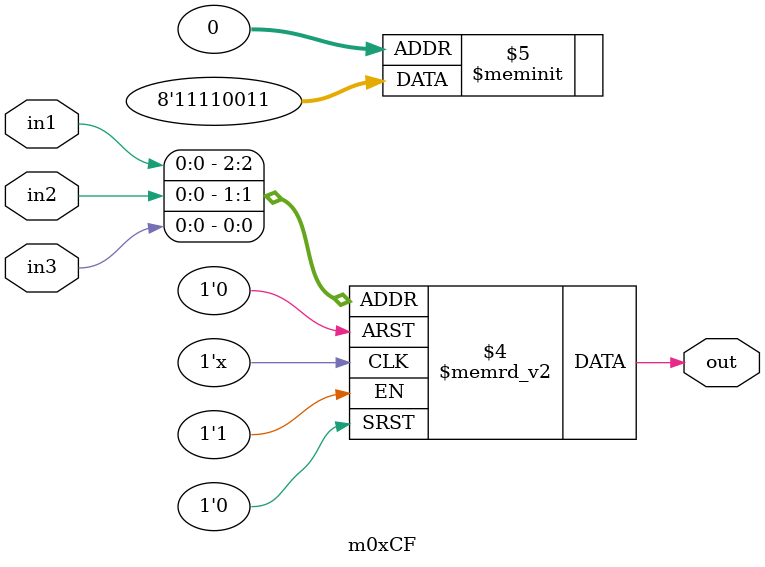
<source format=v>
module m0xCF(output out, input in1, in2, in3);

   always @(in1, in2, in3)
     begin
        case({in1, in2, in3})
          3'b000: {out} = 1'b1;
          3'b001: {out} = 1'b1;
          3'b010: {out} = 1'b0;
          3'b011: {out} = 1'b0;
          3'b100: {out} = 1'b1;
          3'b101: {out} = 1'b1;
          3'b110: {out} = 1'b1;
          3'b111: {out} = 1'b1;
        endcase // case ({in1, in2, in3})
     end // always @ (in1, in2, in3)

endmodule // m0xCF
</source>
